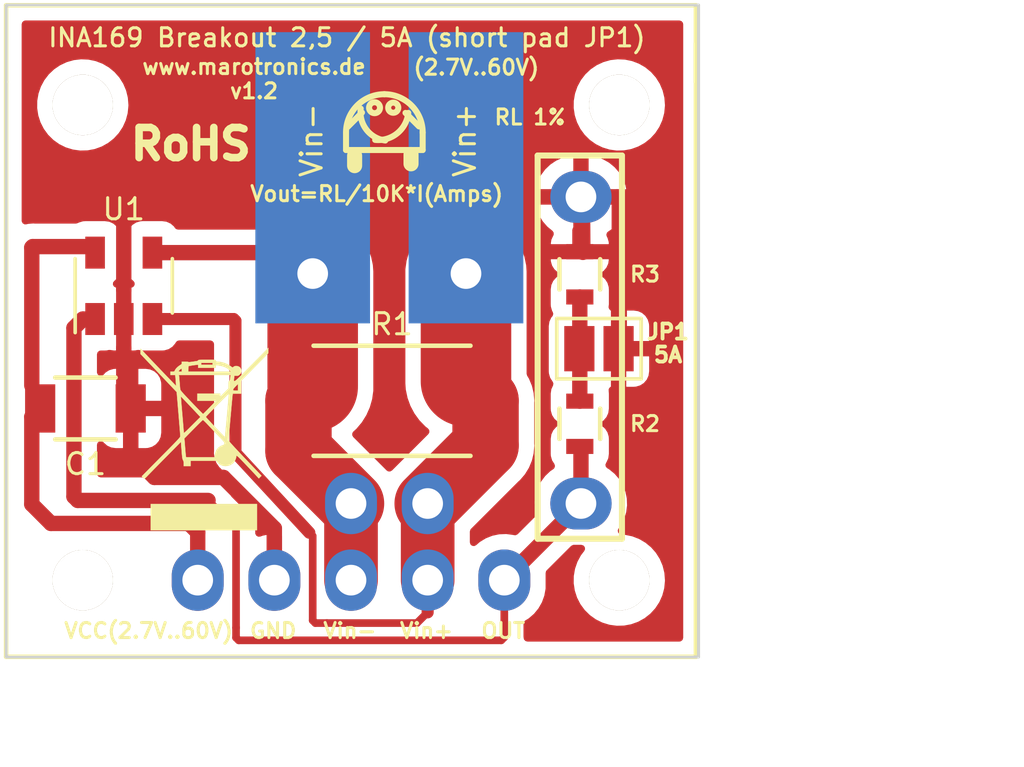
<source format=kicad_pcb>
(kicad_pcb (version 20210424) (generator pcbnew)
  (title_block (title "INA169_StromSensor") (date "2021-05-04") (rev "V1.2") (company "Uwe Zimprich"))
  (layers (0 "F.Cu" signal) (31 "B.Cu" signal) (34 "B.Paste" user) (35 "F.Paste" user) (36 "B.SilkS" user "B.Silkscreen") (37 "F.SilkS" user "F.Silkscreen") (38 "B.Mask" user) (39 "F.Mask" user) (44 "Edge.Cuts" user))
  (net 0 "")
  (net 1 "GND")
  (net 2 "/VCC")
  (net 3 "/Out")
  (net 4 "/Vin-")
  (net 5 "/Vin+")
  (net 6 "Net-(JP1-Pad1)")
  (footprint "Capacitors_SMD:C_1206" (layer "F.Cu") (at 139.192 105.156)
    (fp_text reference "C1" (at 0 1.8415) (layer "F.SilkS") (effects (font (size 0.7 0.7) (thickness 0.1))))
    (fp_text value "100nF" hide)
    (fp_line (start -1 1.025) (end 1 1.025) (layer "F.SilkS") (width 0.15))
    (fp_line (start 1 -1.025) (end -1 -1.025) (layer "F.SilkS") (width 0.15))
    (pad "1" smd rect locked (at -1.5 0) (size 1 1.6) (layers "F.Cu" "F.Paste" "F.Mask") (net 2 "/VCC"))
    (pad "2" smd rect locked (at 1.5 0) (size 1 1.6) (layers "F.Cu" "F.Paste" "F.Mask") (net 1 "GND"))
  )
  (footprint "Resistors_SMD:R_2512" (layer "F.Cu") (at 149.352 104.902 180)
    (fp_text reference "R1" (at 0 2.54) (layer "F.SilkS") (effects (font (size 0.7 0.7) (thickness 0.1))))
    (fp_text value "0.1 1% 2W" hide)
    (fp_line (start 2.6 1.825) (end -2.6 1.825) (layer "F.SilkS") (width 0.15))
    (fp_line (start -2.6 -1.825) (end 2.6 -1.825) (layer "F.SilkS") (width 0.15))
    (pad "1" smd rect locked (at -3.1 0 180) (size 1 3.2) (layers "F.Cu" "F.Paste" "F.Mask") (net 5 "/Vin+"))
    (pad "2" smd rect locked (at 3.1 0 180) (size 1 3.2) (layers "F.Cu" "F.Paste" "F.Mask") (net 4 "/Vin-"))
  )
  (footprint "Resistors_SMD:R_0603" (layer "F.Cu") (at 155.575 105.664 90)
    (fp_text reference "R2" (at 0 2.159) (layer "F.SilkS") (effects (font (size 0.5 0.5) (thickness 0.1))))
    (fp_text value "10K 1%" hide)
    (fp_line (start -0.5 -0.675) (end 0.5 -0.675) (layer "F.SilkS") (width 0.15))
    (fp_line (start 0.5 0.675) (end -0.5 0.675) (layer "F.SilkS") (width 0.15))
    (pad "1" smd rect locked (at -0.75 0 90) (size 0.5 0.9) (layers "F.Cu" "F.Paste" "F.Mask") (net 3 "/Out"))
    (pad "2" smd rect locked (at 0.75 0 90) (size 0.5 0.9) (layers "F.Cu" "F.Paste" "F.Mask") (net 6 "Net-(JP1-Pad1)"))
  )
  (footprint "Resistors_SMD:R_0603" (layer "F.Cu") (at 155.575 100.711 90)
    (fp_text reference "R3" (at 0 2.159) (layer "F.SilkS") (effects (font (size 0.5 0.5) (thickness 0.1))))
    (fp_text value "10K 1%" hide)
    (fp_line (start 0.5 0.675) (end -0.5 0.675) (layer "F.SilkS") (width 0.15))
    (fp_line (start -0.5 -0.675) (end 0.5 -0.675) (layer "F.SilkS") (width 0.15))
    (pad "1" smd rect locked (at -0.75 0 90) (size 0.5 0.9) (layers "F.Cu" "F.Paste" "F.Mask") (net 6 "Net-(JP1-Pad1)"))
    (pad "2" smd rect locked (at 0.75 0 90) (size 0.5 0.9) (layers "F.Cu" "F.Paste" "F.Mask") (net 1 "GND"))
  )
  (footprint "TO_SOT_Packages_SMD:SOT-23-5" (layer "F.Cu") (at 140.462 101.092 90)
    (fp_text reference "U1" (at 2.54 0) (layer "F.SilkS") (effects (font (size 0.7 0.7) (thickness 0.1))))
    (fp_text value "INA169_IC" hide)
    (fp_line (start 0.9 -1.61) (end -1.55 -1.61) (layer "F.SilkS") (width 0.12))
    (fp_line (start -0.9 1.61) (end 0.9 1.61) (layer "F.SilkS") (width 0.12))
    (pad "1" smd rect locked (at -1.1 -0.95 90) (size 1.06 0.65) (layers "F.Cu" "F.Paste" "F.Mask") (net 3 "/Out"))
    (pad "2" smd rect locked (at -1.1 0 90) (size 1.06 0.65) (layers "F.Cu" "F.Paste" "F.Mask") (net 1 "GND"))
    (pad "3" smd rect locked (at -1.1 0.95 90) (size 1.06 0.65) (layers "F.Cu" "F.Paste" "F.Mask") (net 5 "/Vin+"))
    (pad "4" smd rect locked (at 1.1 0.95 90) (size 1.06 0.65) (layers "F.Cu" "F.Paste" "F.Mask") (net 4 "/Vin-"))
    (pad "5" smd rect locked (at 1.1 -0.95 90) (size 1.06 0.65) (layers "F.Cu" "F.Paste" "F.Mask") (net 2 "/VCC"))
  )
  (footprint "Zimprich:ina169_breakout_footprint_mit_unterem_Lötpad" (layer "F.Cu") (at 147.9931 103.2256)
    (fp_text reference "J1" hide)
    (fp_text value "INA169 Breakout 2,5 / 5A (short pad JP1)" (at -0.137145 -10.35925) (layer "F.SilkS") (effects (font (size 0.6 0.6) (thickness 0.1))))
    (fp_line (start 11.43 -8.89) (end 11.43 -10.16) (layer "F.SilkS") (width 0.15))
    (fp_line (start 11.43 10.16) (end -11.43 10.16) (layer "F.SilkS") (width 0.15))
    (fp_line (start 11.43 10.16) (end 11.43 -8.89) (layer "F.SilkS") (width 0.15))
    (fp_line (start -11.43 -8.89) (end -11.43 -11.43) (layer "F.SilkS") (width 0.15))
    (fp_line (start -11.43 -11.43) (end 11.43 -11.43) (layer "F.SilkS") (width 0.15))
    (fp_line (start -11.43 -8.89) (end -11.43 10.16) (layer "F.SilkS") (width 0.15))
    (fp_line (start 11.43 -11.43) (end 11.43 -8.89) (layer "F.SilkS") (width 0.15))
    (pad "" thru_hole circle locked (at 8.89 7.62) (size 2 2) (drill 2) (layers *.Cu *.Mask "F.SilkS"))
    (pad "" thru_hole circle locked (at 8.89 -8.128) (size 2 2) (drill 2) (layers *.Cu *.Mask "F.SilkS"))
    (pad "" thru_hole circle locked (at -8.89 7.62) (size 2 2) (drill 2) (layers *.Cu *.Mask "F.SilkS"))
    (pad "" thru_hole circle locked (at -8.89 -8.128) (size 2 2) (drill 2) (layers *.Cu *.Mask "F.SilkS"))
    (pad "1" thru_hole oval locked (at -5.08 7.62) (size 1.72 2.032) (drill 1.016) (layers *.Cu *.Mask) (net 2 "/VCC"))
    (pad "2" thru_hole oval locked (at 7.62 -5.08) (size 2.032 1.72) (drill 1.016) (layers *.Cu *.Mask) (net 1 "GND"))
    (pad "2" thru_hole oval locked (at -2.54 7.62) (size 1.72 2.032) (drill 1.016) (layers *.Cu *.Mask) (net 1 "GND"))
    (pad "3" thru_hole oval locked (at 0 7.62) (size 1.72 2.032) (drill 1.016) (layers *.Cu *.Mask) (net 4 "/Vin-"))
    (pad "3" thru_hole oval locked (at 0 5.08) (size 1.72 2.032) (drill 1.016) (layers *.Cu *.Mask) (net 4 "/Vin-"))
    (pad "3" connect rect locked (at -1.27 -5.715) (size 3.8 9.65) (layers "B.Cu" "B.Mask") (net 4 "/Vin-"))
    (pad "3" thru_hole oval locked (at -1.27 -2.54) (size 1.72 2.032) (drill 1.016) (layers *.Cu *.Mask) (net 4 "/Vin-"))
    (pad "4" thru_hole oval locked (at 3.81 -2.54) (size 1.72 2.032) (drill 1.016) (layers *.Cu *.Mask) (net 5 "/Vin+"))
    (pad "4" thru_hole oval locked (at 2.54 7.62) (size 1.72 2.032) (drill 1.016) (layers *.Cu *.Mask) (net 5 "/Vin+"))
    (pad "4" thru_hole oval locked (at 2.54 5.08) (size 1.72 2.032) (drill 1.016) (layers *.Cu *.Mask) (net 5 "/Vin+"))
    (pad "4" smd rect locked (at 3.81 -5.715) (size 3.8 9.65) (layers "B.Cu" "B.Mask") (net 5 "/Vin+"))
    (pad "5" thru_hole oval locked (at 7.62 5.08) (size 2.032 1.72) (drill 1.016) (layers *.Cu *.Mask) (net 3 "/Out"))
    (pad "5" thru_hole oval locked (at 5.08 7.62) (size 1.72 2.032) (drill 1.016) (layers *.Cu *.Mask) (net 3 "/Out"))
  )
  (footprint "Symbol:WEEE-Logo_4.2x6mm_SilkScreen" (layer "F.Cu") (at 143.129 106.172)
    (fp_text reference "H1" hide)
    (fp_text value "Mülleimer" hide)
    (fp_poly (pts (xy 2.12443 -2.935152) (xy 2.123811 -2.848069) (xy 1.672086 -2.389109) (xy 1.220361 -1.930148) (xy 1.220032 -1.719529) (xy 1.219703 -1.508911) (xy 0.94461 -1.508911) (xy 0.937522 -1.45547) (xy 0.934838 -1.431112) (xy 0.930313 -1.385241) (xy 0.924191 -1.320595) (xy 0.916712 -1.239909) (xy 0.908119 -1.145919) (xy 0.898654 -1.041363) (xy 0.888558 -0.928975) (xy 0.878074 -0.811493) (xy 0.867444 -0.691652) (xy 0.856909 -0.572189) (xy 0.846713 -0.455841) (xy 0.837095 -0.345343) (xy 0.8283 -0.243431) (xy 0.820568 -0.152842) (xy 0.814142 -0.076313) (xy 0.809263 -0.016579) (xy 0.806175 0.023624) (xy 0.805117 0.041559) (xy 0.805118 0.041644) (xy 0.812827 0.056035) (xy 0.835981 0.085748) (xy 0.874895 0.131131) (xy 0.929884 0.192529) (xy 1.001264 0.270288) (xy 1.089349 0.364754) (xy 1.194454 0.476272) (xy 1.316895 0.605188) (xy 1.35131 0.641287) (xy 1.897137 1.213416) (xy 1.808881 1.301436) (xy 1.737485 1.223758) (xy 1.711366 1.195686) (xy 1.670566 1.152274) (xy 1.617777 1.096366) (xy 1.555691 1.030808) (xy 1.487 0.958441) (xy 1.414396 0.882112) (xy 1.37096 0.836524) (xy 1.289416 0.751119) (xy 1.223504 0.68271) (xy 1.171544 0.630053) (xy 1.131855 0.591905) (xy 1.102757 0.56702) (xy 1.082569 0.554156) (xy 1.06961 0.552068) (xy 1.0622 0.559513) (xy 1.058658 0.575246) (xy 1.057303 0.598023) (xy 1.057121 0.604239) (xy 1.047703 0.647061) (xy 1.024497 0.698819) (xy 0.992136 0.751328) (xy 0.955252 0.796403) (xy 0.940493 0.810328) (xy 0.864767 0.859047) (xy 0.776308 0.886306) (xy 0.6981 0.892773) (xy 0.609468 0.880576) (xy 0.527612 0.844813) (xy 0.455164 0.786722) (xy 0.441797 0.772262) (xy 0.392918 0.716733) (xy -0.452674 0.716733) (xy -0.452674 0.892773) (xy -0.67901 0.892773) (xy -0.67901 0.810531) (xy -0.68185 0.754386) (xy -0.691393 0.715416) (xy -0.702991 0.694219) (xy -0.711277 0.679052) (xy -0.718373 0.657062) (xy -0.724748 0.624987) (xy -0.730872 0.579569) (xy -0.737216 0.517548) (xy -0.74425 0.435662) (xy -0.749066 0.374746) (xy -0.771161 0.089343) (xy -1.313565 0.638805) (xy -1.411637 0.738228) (xy -1.505784 0.833815) (xy -1.594285 0.92381) (xy -1.67542 1.006457) (xy -1.747469 1.080001) (xy -1.808712 1.142684) (xy -1.857427 1.192752) (xy -1.891896 1.228448) (xy -1.910379 1.247995) (xy -1.940743 1.278944) (xy -1.966071 1.30053) (xy -1.979695 1.307723) (xy -1.997095 1.299297) (xy -2.02246 1.278245) (xy -2.031058 1.269671) (xy -2.067514 1.23162) (xy -1.866802 1.027658) (xy -1.815596 0.975699) (xy -1.749569 0.90882) (xy -1.671618 0.82995) (xy -1.584638 0.742014) (xy -1.491526 0.647941) (xy -1.395179 0.550658) (xy -1.298492 0.453093) (xy -1.229134 0.383145) (xy -1.123703 0.27655) (xy -1.035129 0.186307) (xy -0.962281 0.111192) (xy -0.904023 0.049986) (xy -0.859225 0.001466) (xy -0.837021 -0.023871) (xy -0.658724 -0.023871) (xy -0.636401 0.261555) (xy -0.629669 0.345219) (xy -0.623157 0.421727) (xy -0.617234 0.487081) (xy -0.612268 0.537281) (xy -0.608629 0.568329) (xy -0.607458 0.575273) (xy -0.600838 0.603565) (xy 0.348636 0.603565) (xy 0.354974 0.524606) (xy 0.37411 0.431315) (xy 0.414154 0.348791) (xy 0.472582 0.280038) (xy 0.546871 0.228063) (xy 0.630252 0.196863) (xy 0.657302 0.182228) (xy 0.670844 0.150819) (xy 0.671128 0.149434) (xy 0.672753 0.136174) (xy 0.670744 0.122595) (xy 0.663142 0.106181) (xy 0.647984 0.084411) (xy 0.623312 0.054767) (xy 0.587164 0.014732) (xy 0.53758 -0.038215) (xy 0.472599 -0.106591) (xy 0.468401 -0.110995) (xy 0.398507 -0.184389) (xy 0.3242 -0.262563) (xy 0.250586 -0.340136) (xy 0.182771 -0.411725) (xy 0.12586 -0.471949) (xy 0.113168 -0.485413) (xy 0.064513 -0.53618) (xy 0.021291 -0.579625) (xy -0.013395 -0.612759) (xy -0.036444 -0.632595) (xy -0.044182 -0.636954) (xy -0.055722 -0.62783) (xy -0.08271 -0.6028) (xy -0.123021 -0.563948) (xy -0.174529 -0.513357) (xy -0.235109 -0.453112) (xy -0.302636 -0.385296) (xy -0.357826 -0.329435) (xy -0.658724 -0.023871) (xy -0.837021 -0.023871) (xy -0.826751 -0.035589) (xy -0.805471 -0.062401) (xy -0.794251 -0.080192) (xy -0.791754 -0.08843) (xy -0.7927 -0.10641) (xy -0.795573 -0.147108) (xy -0.800187 -0.208181) (xy -0.806358 -0.287287) (xy -0.813898 -0.382086) (xy -0.822621 -0.490233) (xy -0.832343 -0.609388) (xy -0.842876 -0.737209) (xy -0.851365 -0.839365) (xy -0.899396 -1.415326) (xy -0.775805 -1.415326) (xy -0.775273 -1.402896) (xy -0.772769 -1.36789) (xy -0.768496 -1.312785) (xy -0.762653 -1.240057) (xy -0.755443 -1.152186) (xy -0.747066 -1.051649) (xy -0.737723 -0.940923) (xy -0.728758 -0.835795) (xy -0.718602 -0.716517) (xy -0.709142 -0.60392) (xy -0.700596 -0.500695) (xy -0.693179 -0.409527) (xy -0.687108 -0.333105) (xy -0.682601 -0.274117) (xy -0.679873 -0.235251) (xy -0.679116 -0.220156) (xy -0.677935 -0.210762) (xy -0.673256 -0.207034) (xy -0.663276 -0.210529) (xy -0.64619 -0.222801) (xy -0.620196 -0.245406) (xy -0.58349 -0.2799) (xy -0.534267 -0.327838) (xy -0.470726 -0.390776) (xy -0.403305 -0.458032) (xy -0.127601 -0.733523) (xy -0.129533 -0.735594) (xy 0.05271 -0.735594) (xy 0.061016 -0.72422) (xy 0.084267 -0.697437) (xy 0.120135 -0.657708) (xy 0.166287 -0.607493) (xy 0.220394 -0.549254) (xy 0.280126 -0.485453) (xy 0.343152 -0.418551) (xy 0.407142 -0.35101) (xy 0.469764 -0.28529) (xy 0.52869 -0.223854) (xy 0.581588 -0.169163) (xy 0.626128 -0.123678) (xy 0.65998 -0.089862) (xy 0.680812 -0.070174) (xy 0.686494 -0.066163) (xy 0.688366 -0.079109) (xy 0.692254 -0.114866) (xy 0.697943 -0.171196) (xy 0.705219 -0.24586) (xy 0.713869 -0.33662) (xy 0.723678 -0.441238) (xy 0.734434 -0.557474) (xy 0.745921 -0.683092) (xy 0.755093 -0.784382) (xy 0.766826 -0.915721) (xy 0.777665 -1.039448) (xy 0.78743 -1.153319) (xy 0.795937 -1.255089) (xy 0.803005 -1.342513) (xy 0.808451 -1.413347) (xy 0.812092 -1.465347) (xy 0.813747 -1.496268) (xy 0.813558 -1.504297) (xy 0.803666 -1.497146) (xy 0.778476 -1.474159) (xy 0.74019 -1.437561) (xy 0.691011 -1.389578) (xy 0.633139 -1.332434) (xy 0.568778 -1.268353) (xy 0.500129 -1.199562) (xy 0.429395 -1.128284) (xy 0.358778 -1.056745) (xy 0.29048 -0.98717) (xy 0.226704 -0.921783) (xy 0.16965 -0.862809) (xy 0.121522 -0.812473) (xy 0.084522 -0.773001) (xy 0.060852 -0.746617) (xy 0.05271 -0.735594) (xy -0.129533 -0.735594) (xy -0.230409 -0.843705) (xy -0.282768 -0.899623) (xy -0.341535 -0.962052) (xy -0.404385 -1.028557) (xy -0.468995 -1.096702) (xy -0.533042 -1.164052) (xy -0.594203 -1.228172) (xy -0.650153 -1.286628) (xy -0.69857 -1.336982) (xy -0.73713 -1.376802) (xy -0.763509 -1.40365) (xy -0.775384 -1.415092) (xy -0.775805 -1.415326) (xy -0.899396 -1.415326) (xy -0.911401 -1.559274) (xy -1.511938 -2.190842) (xy -2.112475 -2.822411) (xy -2.112034 -2.910685) (xy -2.111592 -2.99896) (xy -2.014583 -2.895334) (xy -1.960291 -2.837537) (xy -1.896192 -2.769632) (xy -1.824016 -2.693428) (xy -1.745492 -2.610731) (xy -1.662349 -2.523347) (xy -1.576319 -2.433085) (xy -1.48913 -2.34175) (xy -1.402513 -2.251151) (xy -1.318197 -2.163093) (xy -1.237912 -2.079385) (xy -1.163387 -2.001833) (xy -1.096354 -1.932243) (xy -1.038541 -1.872424) (xy -0.991679 -1.824182) (xy -0.957496 -1.789324) (xy -0.937724 -1.769657) (xy -0.93339 -1.765884) (xy -0.933092 -1.779008) (xy -0.934731 -1.812611) (xy -0.938023 -1.86212) (xy -0.942682 -1.922963) (xy -0.944682 -1.947268) (xy -0.959577 -2.125049) (xy -0.842955 -2.125049) (xy -0.836934 -2.096757) (xy -0.833863 -2.074382) (xy -0.829548 -2.032283) (xy -0.824488 -1.975822) (xy -0.819181 -1.910365) (xy -0.817344 -1.886138) (xy -0.811927 -1.816579) (xy -0.806459 -1.751982) (xy -0.801488 -1.698452) (xy -0.797561 -1.66209) (xy -0.796675 -1.655491) (xy -0.793334 -1.641944) (xy -0.786101 -1.626086) (xy -0.77344 -1.606139) (xy -0.753811 -1.580327) (xy -0.725678 -1.546871) (xy -0.687502 -1.503993) (xy -0.637746 -1.449917) (xy -0.574871 -1.382864) (xy -0.497341 -1.301057) (xy -0.418251 -1.21805) (xy -0.339564 -1.135906) (xy -0.266112 -1.059831) (xy -0.199724 -0.991675) (xy -0.142227 -0.933288) (xy -0.095451 -0.886519) (xy -0.061224 -0.853218) (xy -0.041373 -0.835233) (xy -0.03714 -0.832558) (xy -0.026003 -0.842259) (xy 0.000029 -0.867559) (xy 0.03843 -0.905918) (xy 0.086672 -0.9548) (xy 0.14223 -1.011666) (xy 0.182408 -1.053094) (xy 0.392169 -1.27) (xy -0.226337 -1.27) (xy -0.226337 -1.508911) (xy 0.528119 -1.508911) (xy 0.528119 -1.402458) (xy 0.666435 -1.540346) (xy 0.764553 -1.63816) (xy 0.955643 -1.63816) (xy 0.957471 -1.62273) (xy 0.966723 -1.614133) (xy 0.98905 -1.610387) (xy 1.030105 -1.609511) (xy 1.037376 -1.609505) (xy 1.119109 -1.609505) (xy 1.119109 -1.828828) (xy 1.037376 -1.747821) (xy 0.99127 -1.698572) (xy 0.963694 -1.660841) (xy 0.955643 -1.63816) (xy 0.764553 -1.63816) (xy 0.804752 -1.678234) (xy 0.804752 -1.801048) (xy 0.805137 -1.85755) (xy 0.8069 -1.893495) (xy 0.81095 -1.91347) (xy 0.818199 -1.922063) (xy 0.82913 -1.923861) (xy 0.841288 -1.926502) (xy 0.850273 -1.937088) (xy 0.857174 -1.959619) (xy 0.863076 -1.998091) (xy 0.869065 -2.056502) (xy 0.870987 -2.077896) (xy 0.875148 -2.125049) (xy -0.842955 -2.125049) (xy -0.959577 -2.125049) (xy -1.119109 -2.125049) (xy -1.119109 -2.238218) (xy -1.051314 -2.238218) (xy -1.011662 -2.239304) (xy -0.990116 -2.244546) (xy -0.98748 -2.247666) (xy -0.848616 -2.247666) (xy -0.841308 -2.240538) (xy -0.815993 -2.238338) (xy -0.798908 -2.238218) (xy -0.741881 -2.238218) (xy -0.529221 -2.238218) (xy 0.885302 -2.238218) (xy 0.837458 -2.287214) (xy 0.76315 -2.347676) (xy 0.671184 -2.394309) (xy 0.560002 -2.427751) (xy 0.449529 -2.446247) (xy 0.377227 -2.454878) (xy 0.377227 -2.36396) (xy -0.201188 -2.36396) (xy -0.201188 -2.467107) (xy -0.286065 -2.458504) (xy -0.345368 -2.451244) (xy -0.408551 -2.441621) (xy -0.446386 -2.434748) (xy -0.521832 -2.419593) (xy -0.525526 -2.328905) (xy -0.529221 -2.238218) (xy -0.741881 -2.238218) (xy -0.741881 -2.288515) (xy -0.743544 -2.320024) (xy -0.747697 -2.337537) (xy -0.749371 -2.338812) (xy -0.767987 -2.330746) (xy -0.795183 -2.31118) (xy -0.822448 -2.287056) (xy -0.841267 -2.265318) (xy -0.842943 -2.262492) (xy -0.848616 -2.247666) (xy -0.98748 -2.247666) (xy -0.979662 -2.256919) (xy -0.975442 -2.270396) (xy -0.958219 -2.305373) (xy -0.925138 -2.347421) (xy -0.881893 -2.390644) (xy -0.834174 -2.429146) (xy -0.80283 -2.449199) (xy -0.767123 -2.471149) (xy -0.748819 -2.489589) (xy -0.742388 -2.511332) (xy -0.741894 -2.524282) (xy -0.741894 -2.527425) (xy -0.100594 -2.527425) (xy -0.100594 -2.464554) (xy 0.276633 -2.464554) (xy 0.276633 -2.527425) (xy -0.100594 -2.527425) (xy -0.741894 -2.527425) (xy -0.741881 -2.565148) (xy -0.636048 -2.565148) (xy -0.587355 -2.563971) (xy -0.549405 -2.560835) (xy -0.528308 -2.556329) (xy -0.526023 -2.554505) (xy -0.512641 -2.551705) (xy -0.480074 -2.552852) (xy -0.433916 -2.557607) (xy -0.402376 -2.561997) (xy -0.345188 -2.570622) (xy -0.292886 -2.578409) (xy -0.253582 -2.584153) (xy -0.242055 -2.585785) (xy -0.211937 -2.595112) (xy -0.201188 -2.609728) (xy -0.19792 -2.61568) (xy -0.18623 -2.620222) (xy -0.163288 -2.62353) (xy -0.126265 -2.625785) (xy -0.072332 -2.627166) (xy 0.00134 -2.62785) (xy 0.08802 -2.62802) (xy 0.180529 -2.627923) (xy 0.250906 -2.62747) (xy 0.302164 -2.62641) (xy 0.33732 -2.624497) (xy 0.359389 -2.621481) (xy 0.371385 -2.617115) (xy 0.376324 -2.611151) (xy 0.377227 -2.604216) (xy 0.384921 -2.582205) (xy 0.410121 -2.569679) (xy 0.456009 -2.565212) (xy 0.464264 -2.565148) (xy 0.541973 -2.557132) (xy 0.630233 -2.535064) (xy 0.721085 -2.501916) (xy 0.80657 -2.460661) (xy 0.878726 -2.414269) (xy 0.888072 -2.406918) (xy 0.918533 -2.383002) (xy 0.936572 -2.373424) (xy 0.949169 -2.37652) (xy 0.9621 -2.389296) (xy 1.000293 -2.414322) (xy 1.049998 -2.423929) (xy 1.103524 -2.418933) (xy 1.153178 -2.400149) (xy 1.191267 -2.368394) (xy 1.194025 -2.364703) (xy 1.222526 -2.305425) (xy 1.227828 -2.244066) (xy 1.210518 -2.185573) (xy 1.17118 -2.134896) (xy 1.16637 -2.130711) (xy 1.13844 -2.110833) (xy 1.110102 -2.102079) (xy 1.070263 -2.101447) (xy 1.060311 -2.102008) (xy 1.021332 -2.103438) (xy 1.001254 -2.100161) (xy 0.993985 -2.090272) (xy 0.99324 -2.081039) (xy 0.991716 -2.054256) (xy 0.987935 -2.013975) (xy 0.985218 -1.989876) (xy 0.981277 -1.951599) (xy 0.982916 -1.932004) (xy 0.992421 -1.924842) (xy 1.009351 -1.923861) (xy 1.019392 -1.927099) (xy 1.03559 -1.93758) (xy 1.059145 -1.956452) (xy 1.091257 -1.984865) (xy 1.133128 -2.023965) (xy 1.185957 -2.074903) (xy 1.250945 -2.138827) (xy 1.329291 -2.216886) (xy 1.422197 -2.310228) (xy 1.530863 -2.420002) (xy 1.583231 -2.473048) (xy 2.125049 -3.022233) (xy 2.12443 -2.935152)) (layer "F.SilkS") (width 0.01) (fill solid))
    (fp_poly (pts (xy 1.747822 3.017822) (xy -1.772971 3.017822) (xy -1.772971 2.150198) (xy 1.747822 2.150198) (xy 1.747822 3.017822)) (layer "F.SilkS") (width 0.01) (fill solid))
  )
  (footprint "Jumper:SolderJumper-2_P1.3mm_Open_Pad1.0x1.5mm" (layer "F.Cu") (at 156.21 103.1748)
    (fp_text reference "JP1" (at 2.286 -0.5588) (layer "F.SilkS") (effects (font (size 0.5 0.5) (thickness 0.125))))
    (fp_text value "5A" (at 2.286 0.2032) (layer "F.SilkS") (effects (font (size 0.5 0.5) (thickness 0.125))))
    (fp_line (start -1.4 1) (end -1.4 -1) (layer "F.SilkS") (width 0.12))
    (fp_line (start 1.4 -1) (end 1.4 1) (layer "F.SilkS") (width 0.12))
    (fp_line (start -1.4 -1) (end 1.4 -1) (layer "F.SilkS") (width 0.12))
    (fp_line (start 1.4 1) (end -1.4 1) (layer "F.SilkS") (width 0.12))
    (pad "1" smd rect locked (at -0.65 0) (size 1 1.5) (layers "F.Cu" "F.Mask") (net 6 "Net-(JP1-Pad1)"))
    (pad "2" smd rect locked (at 0.65 0) (size 1 1.5) (layers "F.Cu" "F.Mask") (net 1 "GND"))
  )
  (gr_line (start 149.79904 95.36176) (end 150.24608 95.8088) (angle 90) (layer "F.SilkS") (width 0.2))
  (gr_line (start 149.98192 97.04832) (end 149.98192 96.7392) (angle 90) (layer "F.SilkS") (width 0.5))
  (gr_circle (center 149.39264 95.18904) (end 149.48232 95.33128) (layer "F.SilkS") (width 0.2) (fill none))
  (gr_line (start 148.11248 97.10928) (end 148.11248 96.77984) (angle 90) (layer "F.SilkS") (width 0.5))
  (gr_line (start 156.972 109.474) (end 156.972 96.774) (angle 90) (layer "F.SilkS") (width 0.2))
  (gr_arc (start 149.098 96.012) (end 147.828 96.012) (angle 90) (layer "F.SilkS") (width 0.2))
  (gr_arc (start 148.8948 95.26016) (end 149.89048 95.36176) (angle 90) (layer "F.SilkS") (width 0.2))
  (gr_line (start 148.35632 95.3516) (end 147.88896 95.81896) (angle 90) (layer "F.SilkS") (width 0.2))
  (gr_line (start 147.828 96.012) (end 147.828 96.59112) (angle 90) (layer "F.SilkS") (width 0.2))
  (gr_line (start 156.972 96.774) (end 154.178 96.774) (angle 90) (layer "F.SilkS") (width 0.2))
  (gr_arc (start 149.098 96.012) (end 149.098 94.742) (angle 90) (layer "F.SilkS") (width 0.2))
  (gr_line (start 154.178 109.474) (end 156.972 109.474) (angle 90) (layer "F.SilkS") (width 0.2))
  (gr_line (start 147.828 96.59112) (end 150.368 96.59112) (angle 90) (layer "F.SilkS") (width 0.2))
  (gr_line (start 150.368 96.59112) (end 150.368 96.012) (angle 90) (layer "F.SilkS") (width 0.2))
  (gr_line (start 154.178 96.774) (end 154.178 109.474) (angle 90) (layer "F.SilkS") (width 0.2))
  (gr_circle (center 148.77288 95.18904) (end 148.93544 95.27032) (layer "F.SilkS") (width 0.2) (fill none))
  (gr_arc (start 149.2504 95.34144) (end 149.12848 96.27616) (angle 90) (layer "F.SilkS") (width 0.2))
  (gr_line (start 159.51 91.79) (end 159.51 113.39) (angle 90) (layer "Edge.Cuts") (width 0.1))
  (gr_line (start 159.51 113.39) (end 136.57 113.39) (angle 90) (layer "Edge.Cuts") (width 0.1))
  (gr_line (start 136.57 91.79) (end 159.51 91.79) (angle 90) (layer "Edge.Cuts") (width 0.1))
  (gr_line (start 136.57 113.39) (end 136.57 91.79) (angle 90) (layer "Edge.Cuts") (width 0.1))
  (gr_text "RoHS" (at 142.6845 96.393) (layer "F.SilkS") (effects (font (size 1 1) (thickness 0.25))))
  (gr_text "Vin-" (at 146.685 96.266 90) (layer "F.SilkS") (effects (font (size 0.7 0.7) (thickness 0.1))))
  (gr_text "Vin-" (at 147.955 112.522) (layer "F.SilkS") (effects (font (size 0.5 0.5) (thickness 0.1))))
  (gr_text "(2.7V..60V)" (at 152.146 93.853) (layer "F.SilkS") (effects (font (size 0.5 0.5) (thickness 0.1))))
  (gr_text "OUT" (at 153.035 112.522) (layer "F.SilkS") (effects (font (size 0.5 0.5) (thickness 0.1))))
  (gr_text "RL 1%" (at 153.924 95.504) (layer "F.SilkS") (effects (font (size 0.5 0.5) (thickness 0.1))))
  (gr_text "GND" (at 145.415 112.522) (layer "F.SilkS") (effects (font (size 0.5 0.5) (thickness 0.1))))
  (gr_text "VCC(2.7V..60V)" (at 141.2875 112.522) (layer "F.SilkS") (effects (font (size 0.5 0.5) (thickness 0.1))))
  (gr_text "www.marotronics.de\nv1.2" (at 144.78 94.234) (layer "F.SilkS") (effects (font (size 0.5 0.5) (thickness 0.1))))
  (gr_text "Vin+" (at 151.765 96.266 90) (layer "F.SilkS") (effects (font (size 0.7 0.7) (thickness 0.1))))
  (gr_text "Vin+" (at 150.495 112.522) (layer "F.SilkS") (effects (font (size 0.5 0.5) (thickness 0.1))))
  (gr_text "Vout=RL/10K*I(Amps)" (at 148.844 98.044) (layer "F.SilkS") (effects (font (size 0.5 0.5) (thickness 0.1))))
  (segment (start 155.6639 98.1964) (end 155.6131 98.1456) (width 0.254) (layer "F.Cu") (net 1))
  (segment (start 156.8831 98.2091) (end 156.8196 98.1456) (width 0.508) (layer "F.Cu") (net 1))
  (segment (start 156.8196 98.1456) (end 155.6131 98.1456) (width 0.508) (layer "F.Cu") (net 1))
  (segment (start 140.4874 98.1456) (end 140.462 98.171) (width 0.508) (layer "F.Cu") (net 1))
  (segment (start 140.462 98.171) (end 140.462 102.192) (width 0.508) (layer "F.Cu") (net 1))
  (segment (start 140.462 104.926) (end 140.692 105.156) (width 0.254) (layer "F.Cu") (net 1))
  (segment (start 140.692 106.656) (end 141.477998 107.441998) (width 0.508) (layer "F.Cu") (net 1))
  (segment (start 141.477998 107.441998) (end 143.763998 107.441998) (width 0.508) (layer "F.Cu") (net 1))
  (segment (start 143.763998 107.441998) (end 145.4531 109.1311) (width 0.508) (layer "F.Cu") (net 1))
  (segment (start 145.4531 109.1311) (end 145.4531 110.8456) (width 0.508) (layer "F.Cu") (net 1))
  (segment (start 140.692 105.156) (end 140.692 106.656) (width 0.508) (layer "F.Cu") (net 1))
  (segment (start 155.6131 98.1456) (end 140.4874 98.1456) (width 0.508) (layer "F.Cu") (net 1))
  (segment (start 140.462 102.192) (end 140.462 104.926) (width 0.508) (layer "F.Cu") (net 1))
  (segment (start 155.6766 99.98386) (end 155.6639 98.1964) (width 0.508) (layer "F.Cu") (net 1))
  (segment (start 156.8831 103.2256) (end 156.8831 98.2091) (width 0.508) (layer "F.Cu") (net 1))
  (segment (start 139.507572 99.796328) (end 139.512 99.7919) (width 0.254) (layer "F.Cu") (net 2))
  (segment (start 137.4441 99.7919) (end 137.414 99.822) (width 0.508) (layer "F.Cu") (net 2))
  (segment (start 137.414 99.822) (end 137.414 104.394) (width 0.508) (layer "F.Cu") (net 2))
  (segment (start 137.414 104.394) (end 137.692 105.156) (width 0.254) (layer "F.Cu") (net 2))
  (segment (start 142.9131 109.2581) (end 142.621 108.966) (width 0.508) (layer "F.Cu") (net 2))
  (segment (start 142.621 108.966) (end 138.049 108.966) (width 0.508) (layer "F.Cu") (net 2))
  (segment (start 138.049 108.966) (end 137.414 108.331) (width 0.508) (layer "F.Cu") (net 2))
  (segment (start 137.414 105.434) (end 137.692 105.156) (width 0.508) (layer "F.Cu") (net 2))
  (segment (start 137.414 105.434) (end 137.414 108.331) (width 0.508) (layer "F.Cu") (net 2))
  (segment (start 139.512 99.7919) (end 137.4441 99.7919) (width 0.508) (layer "F.Cu") (net 2))
  (segment (start 142.9131 109.2581) (end 142.9131 110.8456) (width 0.508) (layer "F.Cu") (net 2))
  (segment (start 155.6131 106.5537) (end 155.5496 106.4902) (width 0.254) (layer "F.Cu") (net 3))
  (segment (start 139.108 102.192) (end 138.811 102.489) (width 0.508) (layer "F.Cu") (net 3))
  (segment (start 138.811 102.489) (end 138.811 108.076998) (width 0.508) (layer "F.Cu") (net 3))
  (segment (start 138.811 108.076998) (end 138.938002 108.204) (width 0.508) (layer "F.Cu") (net 3))
  (segment (start 138.938002 108.204) (end 143.256 108.204) (width 0.508) (layer "F.Cu") (net 3))
  (segment (start 144.1831 112.4204) (end 144.1831 109.1311) (width 0.254) (layer "F.Cu") (net 3))
  (segment (start 153.0731 112.7379) (end 152.9715 112.8395) (width 0.254) (layer "F.Cu") (net 3))
  (segment (start 152.9715 112.8395) (end 144.272 112.8395) (width 0.254) (layer "F.Cu") (net 3))
  (segment (start 144.272 112.8395) (end 144.1831 112.7506) (width 0.254) (layer "F.Cu") (net 3))
  (segment (start 144.1831 112.7506) (end 144.1831 112.4204) (width 0.254) (layer "F.Cu") (net 3))
  (segment (start 144.1831 109.1311) (end 143.256 108.204) (width 0.254) (layer "F.Cu") (net 3))
  (segment (start 153.0731 110.8456) (end 155.6131 108.3056) (width 0.508) (layer "F.Cu") (net 3))
  (segment (start 155.6131 108.3056) (end 155.6131 106.5537) (width 0.508) (layer "F.Cu") (net 3))
  (segment (start 153.0731 110.8456) (end 153.0731 112.7379) (width 0.254) (layer "F.Cu") (net 3))
  (segment (start 139.108 102.192) (end 139.512 102.192) (width 0.508) (layer "F.Cu") (net 3))
  (segment (start 146.7231 104.4309) (end 146.252 104.902) (width 2.2) (layer "F.Cu") (net 4))
  (segment (start 146.252 106.5645) (end 147.9931 108.3056) (width 2.2) (layer "F.Cu") (net 4))
  (segment (start 145.8294 99.7919) (end 146.7231 100.6856) (width 0.254) (layer "F.Cu") (net 4))
  (segment (start 146.0295 99.992) (end 146.7231 100.6856) (width 0.508) (layer "F.Cu") (net 4))
  (segment (start 146.252 104.902) (end 146.252 106.5645) (width 2.2) (layer "F.Cu") (net 4))
  (segment (start 146.7231 100.6856) (end 146.7231 104.4309) (width 3) (layer "F.Cu") (net 4))
  (segment (start 141.412 99.992) (end 146.0295 99.992) (width 0.508) (layer "F.Cu") (net 4))
  (segment (start 147.9931 110.8456) (end 147.9931 108.3056) (width 1.778) (layer "F.Cu") (net 4))
  (segment (start 150.622 108.2167) (end 150.5331 108.3056) (width 0.254) (layer "F.Cu") (net 5))
  (segment (start 144.16325 106.627355) (end 146.612098 109.274098) (width 0.4) (layer "F.Cu") (net 5))
  (segment (start 151.8031 104.2531) (end 152.452 104.902) (width 0.254) (layer "F.Cu") (net 5))
  (segment (start 151.8031 104.2531) (end 152.452 104.902) (width 2.2) (layer "F.Cu") (net 5))
  (segment (start 152.452 106.3867) (end 150.5331 108.3056) (width 2.2) (layer "F.Cu") (net 5))
  (segment (start 144.102 102.192) (end 144.16325 102.25325) (width 0.4) (layer "F.Cu") (net 5))
  (segment (start 144.16325 102.25325) (end 144.16325 106.627355) (width 0.4) (layer "F.Cu") (net 5))
  (segment (start 150.5331 111.912398) (end 150.177498 112.268) (width 0.254) (layer "F.Cu") (net 5))
  (segment (start 150.177498 112.268) (end 147.193 112.268) (width 0.254) (layer "F.Cu") (net 5))
  (segment (start 146.812 112.268) (end 146.723098 112.179098) (width 0.254) (layer "F.Cu") (net 5))
  (segment (start 146.723098 112.179098) (end 146.723098 109.385098) (width 0.254) (layer "F.Cu") (net 5))
  (segment (start 146.723098 109.385098) (end 146.612098 109.274098) (width 0.254) (layer "F.Cu") (net 5))
  (segment (start 150.5331 110.8456) (end 150.5331 108.3056) (width 1.778) (layer "F.Cu") (net 5))
  (segment (start 141.412 102.192) (end 144.102 102.192) (width 0.4) (layer "F.Cu") (net 5))
  (segment (start 147.193 112.268) (end 146.812 112.268) (width 0.254) (layer "F.Cu") (net 5))
  (segment (start 150.5331 111.912398) (end 150.5331 110.8456) (width 0.4) (layer "F.Cu") (net 5))
  (segment (start 152.452 104.902) (end 152.452 106.3867) (width 2.2) (layer "F.Cu") (net 5))
  (segment (start 151.8031 100.6856) (end 151.8031 104.2531) (width 3) (layer "F.Cu") (net 5))
  (segment (start 155.6258 101.53466) (end 155.6766 101.48386) (width 0.254) (layer "F.Cu") (net 6))
  (segment (start 155.5496 103.2891) (end 155.6131 103.2256) (width 0.254) (layer "F.Cu") (net 6))
  (segment (start 155.575 103.1825) (end 155.57 103.1875) (width 0.508) (layer "F.Cu") (net 6))
  (segment (start 155.575 103.1925) (end 155.57 103.1875) (width 0.508) (layer "F.Cu") (net 6))
  (segment (start 155.575 101.461) (end 155.575 103.1825) (width 0.508) (layer "F.Cu") (net 6))
  (segment (start 155.575 104.914) (end 155.575 103.1925) (width 0.508) (layer "F.Cu") (net 6))
  (zone (net 1) (net_name "GND") (layer "F.Cu") (connect_pads (clearance 0.508)) (min_thickness 0.254) (fill yes (thermal_gap 0.508) (thermal_bridge_width 0.508))
    (polygon (pts (xy 136.814565 92.225503) (xy 159.138499 92.263469) (xy 159.138499 112.992836) (xy 136.852531 113.030802)))
  )
)
</source>
